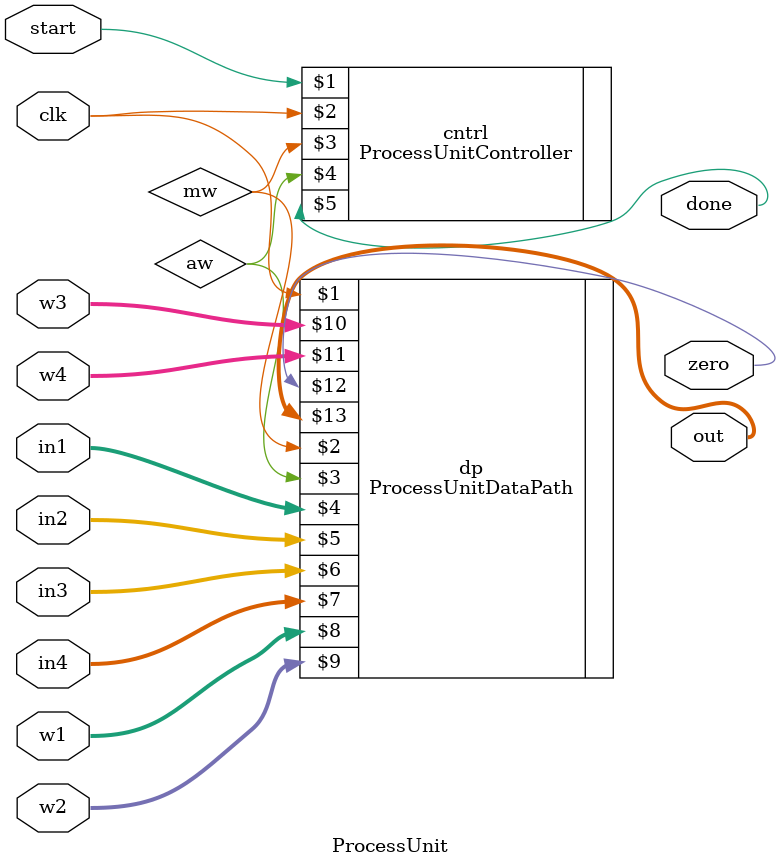
<source format=v>
module ProcessUnit(input clk, start, input [31:0]in1, in2 ,in3, in4, w1, w2, w3, w4, output [31:0] out,output zero,done);
wire mw, aw ;
ProcessUnitDataPath dp (clk,mw,aw,in1,in2,in3,in4,w1,w2,w3,w4,zero,out);
ProcessUnitController cntrl(start,clk,mw,aw,done);
endmodule

</source>
